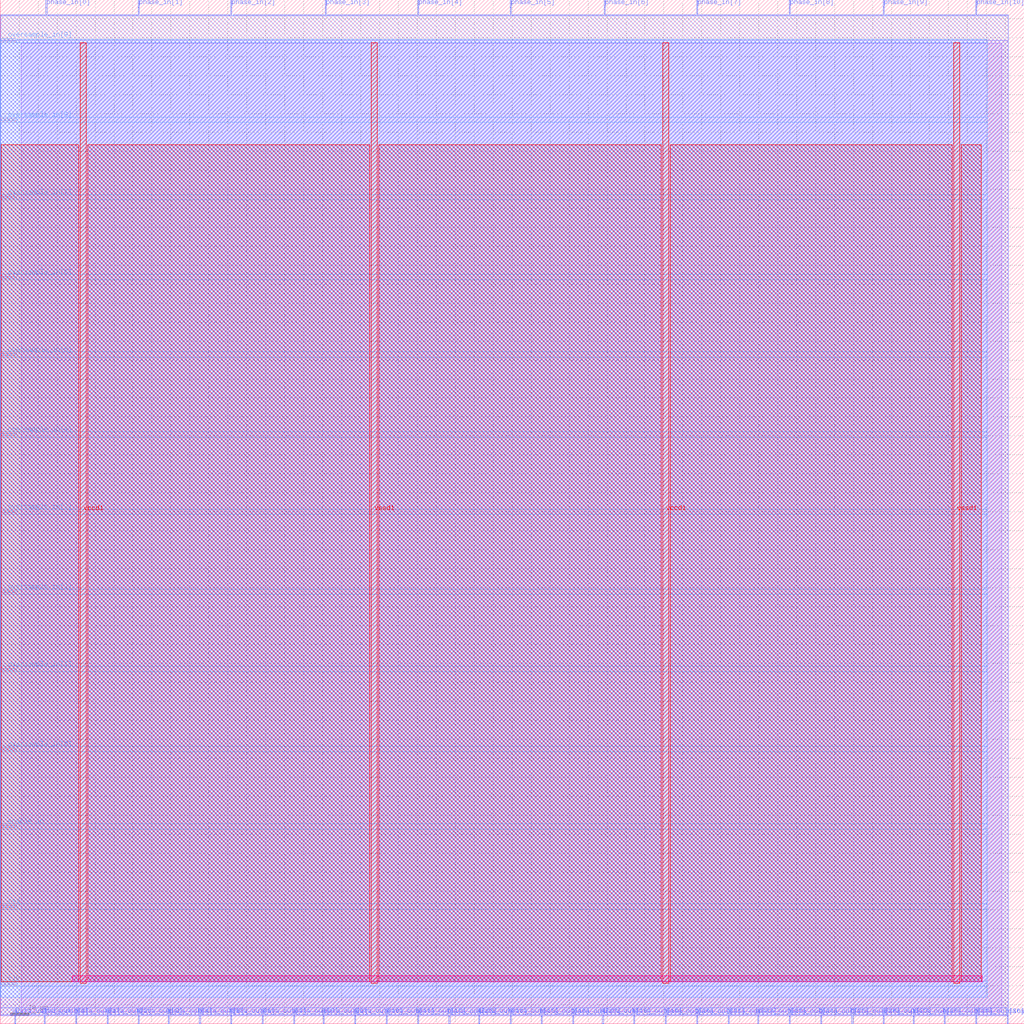
<source format=lef>
VERSION 5.7 ;
  NOWIREEXTENSIONATPIN ON ;
  DIVIDERCHAR "/" ;
  BUSBITCHARS "[]" ;
MACRO vco_adc
  CLASS BLOCK ;
  FOREIGN vco_adc ;
  ORIGIN 0.000 0.000 ;
  SIZE 270.000 BY 270.000 ;
  PIN clk
    DIRECTION INPUT ;
    USE SIGNAL ;
    PORT
      LAYER met3 ;
        RECT 0.000 10.240 4.000 10.840 ;
    END
  END clk
  PIN data_out[0]
    DIRECTION OUTPUT TRISTATE ;
    USE SIGNAL ;
    PORT
      LAYER met2 ;
        RECT 11.590 0.000 11.870 4.000 ;
    END
  END data_out[0]
  PIN data_out[10]
    DIRECTION OUTPUT TRISTATE ;
    USE SIGNAL ;
    PORT
      LAYER met2 ;
        RECT 93.470 0.000 93.750 4.000 ;
    END
  END data_out[10]
  PIN data_out[11]
    DIRECTION OUTPUT TRISTATE ;
    USE SIGNAL ;
    PORT
      LAYER met2 ;
        RECT 101.750 0.000 102.030 4.000 ;
    END
  END data_out[11]
  PIN data_out[12]
    DIRECTION OUTPUT TRISTATE ;
    USE SIGNAL ;
    PORT
      LAYER met2 ;
        RECT 110.030 0.000 110.310 4.000 ;
    END
  END data_out[12]
  PIN data_out[13]
    DIRECTION OUTPUT TRISTATE ;
    USE SIGNAL ;
    PORT
      LAYER met2 ;
        RECT 118.310 0.000 118.590 4.000 ;
    END
  END data_out[13]
  PIN data_out[14]
    DIRECTION OUTPUT TRISTATE ;
    USE SIGNAL ;
    PORT
      LAYER met2 ;
        RECT 126.130 0.000 126.410 4.000 ;
    END
  END data_out[14]
  PIN data_out[15]
    DIRECTION OUTPUT TRISTATE ;
    USE SIGNAL ;
    PORT
      LAYER met2 ;
        RECT 134.410 0.000 134.690 4.000 ;
    END
  END data_out[15]
  PIN data_out[16]
    DIRECTION OUTPUT TRISTATE ;
    USE SIGNAL ;
    PORT
      LAYER met2 ;
        RECT 142.690 0.000 142.970 4.000 ;
    END
  END data_out[16]
  PIN data_out[17]
    DIRECTION OUTPUT TRISTATE ;
    USE SIGNAL ;
    PORT
      LAYER met2 ;
        RECT 150.970 0.000 151.250 4.000 ;
    END
  END data_out[17]
  PIN data_out[18]
    DIRECTION OUTPUT TRISTATE ;
    USE SIGNAL ;
    PORT
      LAYER met2 ;
        RECT 158.790 0.000 159.070 4.000 ;
    END
  END data_out[18]
  PIN data_out[19]
    DIRECTION OUTPUT TRISTATE ;
    USE SIGNAL ;
    PORT
      LAYER met2 ;
        RECT 167.070 0.000 167.350 4.000 ;
    END
  END data_out[19]
  PIN data_out[1]
    DIRECTION OUTPUT TRISTATE ;
    USE SIGNAL ;
    PORT
      LAYER met2 ;
        RECT 19.870 0.000 20.150 4.000 ;
    END
  END data_out[1]
  PIN data_out[20]
    DIRECTION OUTPUT TRISTATE ;
    USE SIGNAL ;
    PORT
      LAYER met2 ;
        RECT 175.350 0.000 175.630 4.000 ;
    END
  END data_out[20]
  PIN data_out[21]
    DIRECTION OUTPUT TRISTATE ;
    USE SIGNAL ;
    PORT
      LAYER met2 ;
        RECT 183.630 0.000 183.910 4.000 ;
    END
  END data_out[21]
  PIN data_out[22]
    DIRECTION OUTPUT TRISTATE ;
    USE SIGNAL ;
    PORT
      LAYER met2 ;
        RECT 191.910 0.000 192.190 4.000 ;
    END
  END data_out[22]
  PIN data_out[23]
    DIRECTION OUTPUT TRISTATE ;
    USE SIGNAL ;
    PORT
      LAYER met2 ;
        RECT 199.730 0.000 200.010 4.000 ;
    END
  END data_out[23]
  PIN data_out[24]
    DIRECTION OUTPUT TRISTATE ;
    USE SIGNAL ;
    PORT
      LAYER met2 ;
        RECT 208.010 0.000 208.290 4.000 ;
    END
  END data_out[24]
  PIN data_out[25]
    DIRECTION OUTPUT TRISTATE ;
    USE SIGNAL ;
    PORT
      LAYER met2 ;
        RECT 216.290 0.000 216.570 4.000 ;
    END
  END data_out[25]
  PIN data_out[26]
    DIRECTION OUTPUT TRISTATE ;
    USE SIGNAL ;
    PORT
      LAYER met2 ;
        RECT 224.570 0.000 224.850 4.000 ;
    END
  END data_out[26]
  PIN data_out[27]
    DIRECTION OUTPUT TRISTATE ;
    USE SIGNAL ;
    PORT
      LAYER met2 ;
        RECT 232.850 0.000 233.130 4.000 ;
    END
  END data_out[27]
  PIN data_out[28]
    DIRECTION OUTPUT TRISTATE ;
    USE SIGNAL ;
    PORT
      LAYER met2 ;
        RECT 240.670 0.000 240.950 4.000 ;
    END
  END data_out[28]
  PIN data_out[29]
    DIRECTION OUTPUT TRISTATE ;
    USE SIGNAL ;
    PORT
      LAYER met2 ;
        RECT 248.950 0.000 249.230 4.000 ;
    END
  END data_out[29]
  PIN data_out[2]
    DIRECTION OUTPUT TRISTATE ;
    USE SIGNAL ;
    PORT
      LAYER met2 ;
        RECT 28.150 0.000 28.430 4.000 ;
    END
  END data_out[2]
  PIN data_out[30]
    DIRECTION OUTPUT TRISTATE ;
    USE SIGNAL ;
    PORT
      LAYER met2 ;
        RECT 257.230 0.000 257.510 4.000 ;
    END
  END data_out[30]
  PIN data_out[31]
    DIRECTION OUTPUT TRISTATE ;
    USE SIGNAL ;
    PORT
      LAYER met2 ;
        RECT 265.510 0.000 265.790 4.000 ;
    END
  END data_out[31]
  PIN data_out[3]
    DIRECTION OUTPUT TRISTATE ;
    USE SIGNAL ;
    PORT
      LAYER met2 ;
        RECT 36.430 0.000 36.710 4.000 ;
    END
  END data_out[3]
  PIN data_out[4]
    DIRECTION OUTPUT TRISTATE ;
    USE SIGNAL ;
    PORT
      LAYER met2 ;
        RECT 44.250 0.000 44.530 4.000 ;
    END
  END data_out[4]
  PIN data_out[5]
    DIRECTION OUTPUT TRISTATE ;
    USE SIGNAL ;
    PORT
      LAYER met2 ;
        RECT 52.530 0.000 52.810 4.000 ;
    END
  END data_out[5]
  PIN data_out[6]
    DIRECTION OUTPUT TRISTATE ;
    USE SIGNAL ;
    PORT
      LAYER met2 ;
        RECT 60.810 0.000 61.090 4.000 ;
    END
  END data_out[6]
  PIN data_out[7]
    DIRECTION OUTPUT TRISTATE ;
    USE SIGNAL ;
    PORT
      LAYER met2 ;
        RECT 69.090 0.000 69.370 4.000 ;
    END
  END data_out[7]
  PIN data_out[8]
    DIRECTION OUTPUT TRISTATE ;
    USE SIGNAL ;
    PORT
      LAYER met2 ;
        RECT 77.370 0.000 77.650 4.000 ;
    END
  END data_out[8]
  PIN data_out[9]
    DIRECTION OUTPUT TRISTATE ;
    USE SIGNAL ;
    PORT
      LAYER met2 ;
        RECT 85.190 0.000 85.470 4.000 ;
    END
  END data_out[9]
  PIN data_valid_out
    DIRECTION OUTPUT TRISTATE ;
    USE SIGNAL ;
    PORT
      LAYER met2 ;
        RECT 3.770 0.000 4.050 4.000 ;
    END
  END data_valid_out
  PIN enable_in
    DIRECTION INPUT ;
    USE SIGNAL ;
    PORT
      LAYER met3 ;
        RECT 0.000 51.720 4.000 52.320 ;
    END
  END enable_in
  PIN oversample_in[0]
    DIRECTION INPUT ;
    USE SIGNAL ;
    PORT
      LAYER met3 ;
        RECT 0.000 72.120 4.000 72.720 ;
    END
  END oversample_in[0]
  PIN oversample_in[1]
    DIRECTION INPUT ;
    USE SIGNAL ;
    PORT
      LAYER met3 ;
        RECT 0.000 93.200 4.000 93.800 ;
    END
  END oversample_in[1]
  PIN oversample_in[2]
    DIRECTION INPUT ;
    USE SIGNAL ;
    PORT
      LAYER met3 ;
        RECT 0.000 113.600 4.000 114.200 ;
    END
  END oversample_in[2]
  PIN oversample_in[3]
    DIRECTION INPUT ;
    USE SIGNAL ;
    PORT
      LAYER met3 ;
        RECT 0.000 134.680 4.000 135.280 ;
    END
  END oversample_in[3]
  PIN oversample_in[4]
    DIRECTION INPUT ;
    USE SIGNAL ;
    PORT
      LAYER met3 ;
        RECT 0.000 155.080 4.000 155.680 ;
    END
  END oversample_in[4]
  PIN oversample_in[5]
    DIRECTION INPUT ;
    USE SIGNAL ;
    PORT
      LAYER met3 ;
        RECT 0.000 176.160 4.000 176.760 ;
    END
  END oversample_in[5]
  PIN oversample_in[6]
    DIRECTION INPUT ;
    USE SIGNAL ;
    PORT
      LAYER met3 ;
        RECT 0.000 196.560 4.000 197.160 ;
    END
  END oversample_in[6]
  PIN oversample_in[7]
    DIRECTION INPUT ;
    USE SIGNAL ;
    PORT
      LAYER met3 ;
        RECT 0.000 217.640 4.000 218.240 ;
    END
  END oversample_in[7]
  PIN oversample_in[8]
    DIRECTION INPUT ;
    USE SIGNAL ;
    PORT
      LAYER met3 ;
        RECT 0.000 238.040 4.000 238.640 ;
    END
  END oversample_in[8]
  PIN oversample_in[9]
    DIRECTION INPUT ;
    USE SIGNAL ;
    PORT
      LAYER met3 ;
        RECT 0.000 259.120 4.000 259.720 ;
    END
  END oversample_in[9]
  PIN phase_in[0]
    DIRECTION INPUT ;
    USE SIGNAL ;
    PORT
      LAYER met2 ;
        RECT 12.050 266.000 12.330 270.000 ;
    END
  END phase_in[0]
  PIN phase_in[10]
    DIRECTION INPUT ;
    USE SIGNAL ;
    PORT
      LAYER met2 ;
        RECT 257.230 266.000 257.510 270.000 ;
    END
  END phase_in[10]
  PIN phase_in[1]
    DIRECTION INPUT ;
    USE SIGNAL ;
    PORT
      LAYER met2 ;
        RECT 36.430 266.000 36.710 270.000 ;
    END
  END phase_in[1]
  PIN phase_in[2]
    DIRECTION INPUT ;
    USE SIGNAL ;
    PORT
      LAYER met2 ;
        RECT 60.810 266.000 61.090 270.000 ;
    END
  END phase_in[2]
  PIN phase_in[3]
    DIRECTION INPUT ;
    USE SIGNAL ;
    PORT
      LAYER met2 ;
        RECT 85.650 266.000 85.930 270.000 ;
    END
  END phase_in[3]
  PIN phase_in[4]
    DIRECTION INPUT ;
    USE SIGNAL ;
    PORT
      LAYER met2 ;
        RECT 110.030 266.000 110.310 270.000 ;
    END
  END phase_in[4]
  PIN phase_in[5]
    DIRECTION INPUT ;
    USE SIGNAL ;
    PORT
      LAYER met2 ;
        RECT 134.410 266.000 134.690 270.000 ;
    END
  END phase_in[5]
  PIN phase_in[6]
    DIRECTION INPUT ;
    USE SIGNAL ;
    PORT
      LAYER met2 ;
        RECT 159.250 266.000 159.530 270.000 ;
    END
  END phase_in[6]
  PIN phase_in[7]
    DIRECTION INPUT ;
    USE SIGNAL ;
    PORT
      LAYER met2 ;
        RECT 183.630 266.000 183.910 270.000 ;
    END
  END phase_in[7]
  PIN phase_in[8]
    DIRECTION INPUT ;
    USE SIGNAL ;
    PORT
      LAYER met2 ;
        RECT 208.010 266.000 208.290 270.000 ;
    END
  END phase_in[8]
  PIN phase_in[9]
    DIRECTION INPUT ;
    USE SIGNAL ;
    PORT
      LAYER met2 ;
        RECT 232.850 266.000 233.130 270.000 ;
    END
  END phase_in[9]
  PIN rst
    DIRECTION INPUT ;
    USE SIGNAL ;
    PORT
      LAYER met3 ;
        RECT 0.000 30.640 4.000 31.240 ;
    END
  END rst
  PIN vccd1
    DIRECTION INOUT ;
    USE POWER ;
    PORT
      LAYER met4 ;
        RECT 174.640 10.640 176.240 258.640 ;
    END
  END vccd1
  PIN vccd1
    DIRECTION INOUT ;
    USE POWER ;
    PORT
      LAYER met4 ;
        RECT 21.040 10.640 22.640 258.640 ;
    END
  END vccd1
  PIN vssd1
    DIRECTION INOUT ;
    USE GROUND ;
    PORT
      LAYER met4 ;
        RECT 251.440 10.640 253.040 258.640 ;
    END
  END vssd1
  PIN vssd1
    DIRECTION INOUT ;
    USE GROUND ;
    PORT
      LAYER met4 ;
        RECT 97.840 10.640 99.440 258.640 ;
    END
  END vssd1
  OBS
      LAYER li1 ;
        RECT 5.520 3.145 264.040 258.485 ;
      LAYER met1 ;
        RECT 0.070 2.140 265.810 259.380 ;
      LAYER met2 ;
        RECT 0.090 265.720 11.770 266.000 ;
        RECT 12.610 265.720 36.150 266.000 ;
        RECT 36.990 265.720 60.530 266.000 ;
        RECT 61.370 265.720 85.370 266.000 ;
        RECT 86.210 265.720 109.750 266.000 ;
        RECT 110.590 265.720 134.130 266.000 ;
        RECT 134.970 265.720 158.970 266.000 ;
        RECT 159.810 265.720 183.350 266.000 ;
        RECT 184.190 265.720 207.730 266.000 ;
        RECT 208.570 265.720 232.570 266.000 ;
        RECT 233.410 265.720 256.950 266.000 ;
        RECT 257.790 265.720 265.780 266.000 ;
        RECT 0.090 4.280 265.780 265.720 ;
        RECT 0.090 2.390 3.490 4.280 ;
        RECT 4.330 2.390 11.310 4.280 ;
        RECT 12.150 2.390 19.590 4.280 ;
        RECT 20.430 2.390 27.870 4.280 ;
        RECT 28.710 2.390 36.150 4.280 ;
        RECT 36.990 2.390 43.970 4.280 ;
        RECT 44.810 2.390 52.250 4.280 ;
        RECT 53.090 2.390 60.530 4.280 ;
        RECT 61.370 2.390 68.810 4.280 ;
        RECT 69.650 2.390 77.090 4.280 ;
        RECT 77.930 2.390 84.910 4.280 ;
        RECT 85.750 2.390 93.190 4.280 ;
        RECT 94.030 2.390 101.470 4.280 ;
        RECT 102.310 2.390 109.750 4.280 ;
        RECT 110.590 2.390 118.030 4.280 ;
        RECT 118.870 2.390 125.850 4.280 ;
        RECT 126.690 2.390 134.130 4.280 ;
        RECT 134.970 2.390 142.410 4.280 ;
        RECT 143.250 2.390 150.690 4.280 ;
        RECT 151.530 2.390 158.510 4.280 ;
        RECT 159.350 2.390 166.790 4.280 ;
        RECT 167.630 2.390 175.070 4.280 ;
        RECT 175.910 2.390 183.350 4.280 ;
        RECT 184.190 2.390 191.630 4.280 ;
        RECT 192.470 2.390 199.450 4.280 ;
        RECT 200.290 2.390 207.730 4.280 ;
        RECT 208.570 2.390 216.010 4.280 ;
        RECT 216.850 2.390 224.290 4.280 ;
        RECT 225.130 2.390 232.570 4.280 ;
        RECT 233.410 2.390 240.390 4.280 ;
        RECT 241.230 2.390 248.670 4.280 ;
        RECT 249.510 2.390 256.950 4.280 ;
        RECT 257.790 2.390 265.230 4.280 ;
      LAYER met3 ;
        RECT 4.400 258.720 260.295 259.585 ;
        RECT 0.065 239.040 260.295 258.720 ;
        RECT 4.400 237.640 260.295 239.040 ;
        RECT 0.065 218.640 260.295 237.640 ;
        RECT 4.400 217.240 260.295 218.640 ;
        RECT 0.065 197.560 260.295 217.240 ;
        RECT 4.400 196.160 260.295 197.560 ;
        RECT 0.065 177.160 260.295 196.160 ;
        RECT 4.400 175.760 260.295 177.160 ;
        RECT 0.065 156.080 260.295 175.760 ;
        RECT 4.400 154.680 260.295 156.080 ;
        RECT 0.065 135.680 260.295 154.680 ;
        RECT 4.400 134.280 260.295 135.680 ;
        RECT 0.065 114.600 260.295 134.280 ;
        RECT 4.400 113.200 260.295 114.600 ;
        RECT 0.065 94.200 260.295 113.200 ;
        RECT 4.400 92.800 260.295 94.200 ;
        RECT 0.065 73.120 260.295 92.800 ;
        RECT 4.400 71.720 260.295 73.120 ;
        RECT 0.065 52.720 260.295 71.720 ;
        RECT 4.400 51.320 260.295 52.720 ;
        RECT 0.065 31.640 260.295 51.320 ;
        RECT 4.400 30.240 260.295 31.640 ;
        RECT 0.065 11.240 260.295 30.240 ;
        RECT 4.400 9.840 260.295 11.240 ;
        RECT 0.065 6.975 260.295 9.840 ;
      LAYER met4 ;
        RECT 0.295 11.055 20.640 231.705 ;
        RECT 23.040 11.055 97.440 231.705 ;
        RECT 99.840 11.055 174.240 231.705 ;
        RECT 176.640 11.055 251.040 231.705 ;
        RECT 253.440 11.055 258.650 231.705 ;
      LAYER met5 ;
        RECT 18.980 11.100 258.860 12.700 ;
  END
END vco_adc
END LIBRARY


</source>
